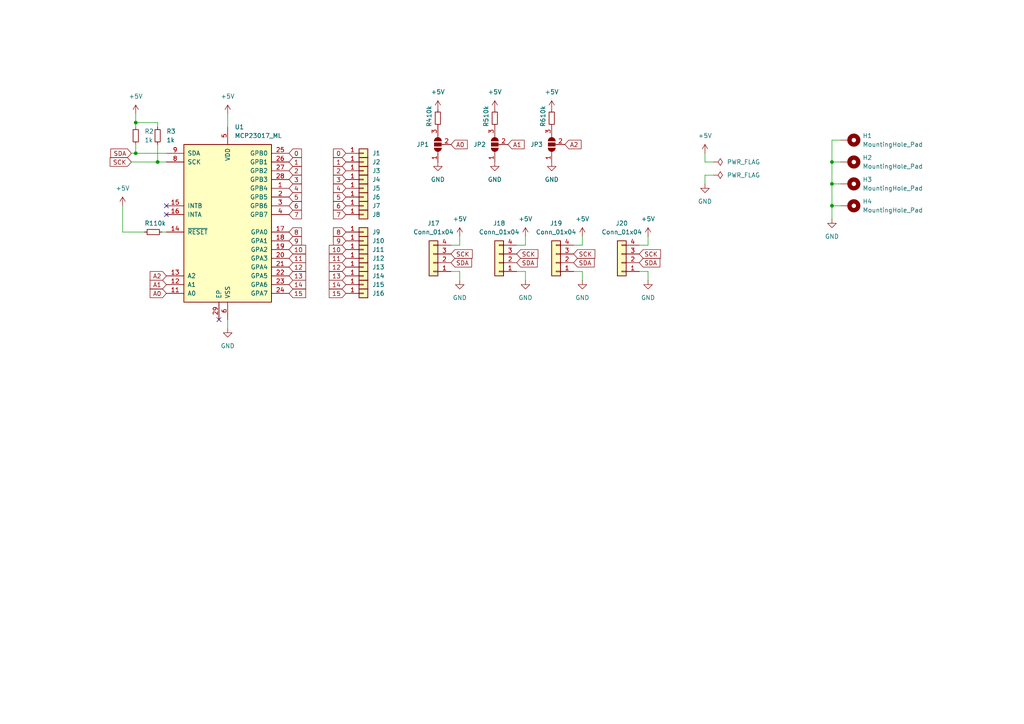
<source format=kicad_sch>
(kicad_sch (version 20211123) (generator eeschema)
  (paper "A4")
  (title_block (title "MCP23017 LED cube 8x8") (date "2022-01-12") (rev "1.0") (company "chamara gayan"))
  (lib_symbols
    (symbol "Connector_Generic:Conn_01x01" (pin_names (offset 1.016) hide)
      (property "Reference" "J" (at 0 2.54 0))
      (property "Value" "Conn_01x01" (at 0 -2.54 0))
      (symbol "Conn_01x01_1_1"
        (rectangle (start -1.27 0.127) (end 0 -0.127) (stroke (width 0.1524)))
        (rectangle (start -1.27 1.27) (end 1.27 -1.27) (stroke (width 0.254)) (fill (type background)))
        (pin passive line (at -5.08 0 0) (length 3.81) (name "Pin_1") (number "1"))
      )
    )
    (symbol "Connector_Generic:Conn_01x04" (pin_names (offset 1.016) hide)
      (property "Reference" "J" (at 0 5.08 0))
      (property "Value" "Conn_01x04" (at 0 -7.62 0))
      (symbol "Conn_01x04_1_1"
        (rectangle (start -1.27 -4.953) (end 0 -5.207) (stroke (width 0.1524)))
        (rectangle (start -1.27 -2.413) (end 0 -2.667) (stroke (width 0.1524)))
        (rectangle (start -1.27 0.127) (end 0 -0.127) (stroke (width 0.1524)))
        (rectangle (start -1.27 2.667) (end 0 2.413) (stroke (width 0.1524)))
        (rectangle (start -1.27 3.81) (end 1.27 -6.35) (stroke (width 0.254)) (fill (type background)))
        (pin passive line (at -5.08 2.54 0) (length 3.81) (name "Pin_1") (number "1"))
        (pin passive line (at -5.08 0 0) (length 3.81) (name "Pin_2") (number "2"))
        (pin passive line (at -5.08 -2.54 0) (length 3.81) (name "Pin_3") (number "3"))
        (pin passive line (at -5.08 -5.08 0) (length 3.81) (name "Pin_4") (number "4"))
      )
    )
    (symbol "Device:R_Small" (pin_numbers hide) (pin_names (offset 0.254) hide)
      (property "Reference" "R" (at 0.762 0.508 0))
      (property "Value" "R_Small" (at 0.762 -1.016 0))
      (symbol "R_Small_0_1"
        (rectangle (start -0.762 1.778) (end 0.762 -1.778) (stroke (width 0.2032)))
      )
      (symbol "R_Small_1_1"
        (pin passive line (at 0 2.54 270) (length 0.762) (name "~") (number "1"))
        (pin passive line (at 0 -2.54 90) (length 0.762) (name "~") (number "2"))
      )
    )
    (symbol "Interface_Expansion:MCP23017_ML" (pin_names (offset 1.016))
      (property "Reference" "U" (at -11.43 24.13 0))
      (property "Value" "MCP23017_ML" (at 0 0 0))
      (symbol "MCP23017_ML_0_1"
        (rectangle (start -12.7 22.86) (end 12.7 -22.86) (stroke (width 0.254)) (fill (type background)))
      )
      (symbol "MCP23017_ML_1_1"
        (pin bidirectional line (at 17.78 10.16 180) (length 5.08) (name "GPB4") (number "1"))
        (pin no_connect line (at -12.7 12.7 0) (length 5.08) hide (name "NC") (number "10"))
        (pin input line (at -17.78 -20.32 0) (length 5.08) (name "A0") (number "11"))
        (pin input line (at -17.78 -17.78 0) (length 5.08) (name "A1") (number "12"))
        (pin input line (at -17.78 -15.24 0) (length 5.08) (name "A2") (number "13"))
        (pin input line (at -17.78 -2.54 0) (length 5.08) (name "~{RESET}") (number "14"))
        (pin tri_state line (at -17.78 5.08 0) (length 5.08) (name "INTB") (number "15"))
        (pin tri_state line (at -17.78 2.54 0) (length 5.08) (name "INTA") (number "16"))
        (pin bidirectional line (at 17.78 -2.54 180) (length 5.08) (name "GPA0") (number "17"))
        (pin bidirectional line (at 17.78 -5.08 180) (length 5.08) (name "GPA1") (number "18"))
        (pin bidirectional line (at 17.78 -7.62 180) (length 5.08) (name "GPA2") (number "19"))
        (pin bidirectional line (at 17.78 7.62 180) (length 5.08) (name "GPB5") (number "2"))
        (pin bidirectional line (at 17.78 -10.16 180) (length 5.08) (name "GPA3") (number "20"))
        (pin bidirectional line (at 17.78 -12.7 180) (length 5.08) (name "GPA4") (number "21"))
        (pin bidirectional line (at 17.78 -15.24 180) (length 5.08) (name "GPA5") (number "22"))
        (pin bidirectional line (at 17.78 -17.78 180) (length 5.08) (name "GPA6") (number "23"))
        (pin bidirectional line (at 17.78 -20.32 180) (length 5.08) (name "GPA7") (number "24"))
        (pin bidirectional line (at 17.78 20.32 180) (length 5.08) (name "GPB0") (number "25"))
        (pin bidirectional line (at 17.78 17.78 180) (length 5.08) (name "GPB1") (number "26"))
        (pin bidirectional line (at 17.78 15.24 180) (length 5.08) (name "GPB2") (number "27"))
        (pin bidirectional line (at 17.78 12.7 180) (length 5.08) (name "GPB3") (number "28"))
        (pin passive line (at -2.54 -27.94 90) (length 5.08) (name "EP") (number "29"))
        (pin bidirectional line (at 17.78 5.08 180) (length 5.08) (name "GPB6") (number "3"))
        (pin bidirectional line (at 17.78 2.54 180) (length 5.08) (name "GPB7") (number "4"))
        (pin power_in line (at 0 27.94 270) (length 5.08) (name "VDD") (number "5"))
        (pin power_in line (at 0 -27.94 90) (length 5.08) (name "VSS") (number "6"))
        (pin no_connect line (at -12.7 15.24 0) (length 5.08) hide (name "NC") (number "7"))
        (pin input line (at -17.78 17.78 0) (length 5.08) (name "SCK") (number "8"))
        (pin bidirectional line (at -17.78 20.32 0) (length 5.08) (name "SDA") (number "9"))
      )
    )
    (symbol "Jumper:SolderJumper_3_Open" (pin_names (offset 0) hide)
      (property "Reference" "JP" (at -2.54 -2.54 0))
      (property "Value" "SolderJumper_3_Open" (at 0 2.794 0))
      (symbol "SolderJumper_3_Open_0_1"
        (arc (start -1.016 1.016) (mid -2.032 0) (end -1.016 -1.016))
        (arc (start -1.016 1.016) (mid -2.032 0) (end -1.016 -1.016) (fill (type outline)))
        (rectangle (start -0.508 1.016) (end 0.508 -1.016) (fill (type outline)))
        (polyline (pts (xy -2.54 0) (xy -2.032 0)))
        (polyline (pts (xy -1.016 1.016) (xy -1.016 -1.016)))
        (polyline (pts (xy 0 -1.27) (xy 0 -1.016)))
        (polyline (pts (xy 1.016 1.016) (xy 1.016 -1.016)))
        (polyline (pts (xy 2.54 0) (xy 2.032 0)))
        (arc (start 1.016 -1.016) (mid 2.032 0) (end 1.016 1.016))
        (arc (start 1.016 -1.016) (mid 2.032 0) (end 1.016 1.016) (fill (type outline)))
      )
      (symbol "SolderJumper_3_Open_1_1"
        (pin passive line (at -5.08 0 0) (length 2.54) (name "A") (number "1"))
        (pin input line (at 0 -3.81 90) (length 2.54) (name "C") (number "2"))
        (pin passive line (at 5.08 0 180) (length 2.54) (name "B") (number "3"))
      )
    )
    (symbol "Mechanical:MountingHole_Pad" (pin_numbers hide) (pin_names (offset 1.016) hide)
      (property "Reference" "H" (at 0 6.35 0))
      (property "Value" "MountingHole_Pad" (at 0 4.445 0))
      (symbol "MountingHole_Pad_0_1"
        (circle (center 0 1.27) (radius 1.27) (stroke (width 1.27)))
      )
      (symbol "MountingHole_Pad_1_1"
        (pin input line (at 0 -2.54 90) (length 2.54) (name "1") (number "1"))
      )
    )
    (symbol "power:+5V" (power) (pin_names (offset 0))
      (property "Value" "+5V" (at 0 3.556 0))
      (symbol "+5V_0_1"
        (polyline (pts (xy -0.762 1.27) (xy 0 2.54)))
        (polyline (pts (xy 0 0) (xy 0 2.54)))
        (polyline (pts (xy 0 2.54) (xy 0.762 1.27)))
      )
      (symbol "+5V_1_1"
        (pin power_in line (at 0 0 90) (length 0) hide (name "+5V") (number "1"))
      )
    )
    (symbol "power:GND" (power) (pin_names (offset 0))
      (property "Value" "GND" (at 0 -3.81 0))
      (symbol "GND_0_1"
        (polyline (pts (xy 0 0) (xy 0 -1.27) (xy 1.27 -1.27) (xy 0 -2.54) (xy -1.27 -1.27) (xy 0 -1.27)))
      )
      (symbol "GND_1_1"
        (pin power_in line (at 0 0 270) (length 0) hide (name "GND") (number "1"))
      )
    )
    (symbol "power:PWR_FLAG" (power) (pin_numbers hide) (pin_names (offset 0) hide)
      (property "Value" "PWR_FLAG" (at 0 3.81 0))
      (symbol "PWR_FLAG_0_0"
        (pin power_out line (at 0 0 90) (length 0) (name "pwr") (number "1"))
      )
      (symbol "PWR_FLAG_0_1"
        (polyline (pts (xy 0 0) (xy 0 1.27) (xy -1.016 1.905) (xy 0 2.54) (xy 1.016 1.905) (xy 0 1.27)))
      )
    )
  )
  (junction (at 39.37 44.45))
  (junction (at 39.37 35.56))
  (junction (at 241.3 46.99))
  (junction (at 241.3 53.34))
  (junction (at 45.72 46.99))
  (junction (at 241.3 59.69))
  (no_connect (at 48.26 62.23))
  (no_connect (at 63.5 92.71))
  (no_connect (at 48.26 59.69))
  (wire (pts (xy 35.56 59.69) (xy 35.56 67.31)))
  (wire (pts (xy 187.96 71.12) (xy 187.96 68.58)))
  (wire (pts (xy 152.4 81.28) (xy 152.4 78.74)))
  (wire (pts (xy 45.72 41.91) (xy 45.72 46.99)))
  (wire (pts (xy 130.81 71.12) (xy 133.35 71.12)))
  (wire (pts (xy 39.37 35.56) (xy 39.37 36.83)))
  (wire (pts (xy 38.1 44.45) (xy 39.37 44.45)))
  (wire (pts (xy 66.04 33.02) (xy 66.04 36.83)))
  (wire (pts (xy 39.37 33.02) (xy 39.37 35.56)))
  (wire (pts (xy 45.72 36.83) (xy 45.72 35.56)))
  (wire (pts (xy 241.3 40.64) (xy 243.84 40.64)))
  (wire (pts (xy 207.01 46.99) (xy 204.47 46.99)))
  (wire (pts (xy 39.37 44.45) (xy 48.26 44.45)))
  (wire (pts (xy 38.1 46.99) (xy 45.72 46.99)))
  (wire (pts (xy 133.35 81.28) (xy 133.35 78.74)))
  (wire (pts (xy 204.47 46.99) (xy 204.47 44.45)))
  (wire (pts (xy 241.3 46.99) (xy 243.84 46.99)))
  (wire (pts (xy 241.3 59.69) (xy 241.3 53.34)))
  (wire (pts (xy 39.37 41.91) (xy 39.37 44.45)))
  (wire (pts (xy 204.47 53.34) (xy 204.47 50.8)))
  (wire (pts (xy 241.3 53.34) (xy 241.3 46.99)))
  (wire (pts (xy 168.91 71.12) (xy 168.91 68.58)))
  (wire (pts (xy 133.35 71.12) (xy 133.35 68.58)))
  (wire (pts (xy 152.4 78.74) (xy 149.86 78.74)))
  (wire (pts (xy 152.4 71.12) (xy 152.4 68.58)))
  (wire (pts (xy 241.3 59.69) (xy 243.84 59.69)))
  (wire (pts (xy 149.86 71.12) (xy 152.4 71.12)))
  (wire (pts (xy 168.91 78.74) (xy 166.37 78.74)))
  (wire (pts (xy 204.47 50.8) (xy 207.01 50.8)))
  (wire (pts (xy 133.35 78.74) (xy 130.81 78.74)))
  (wire (pts (xy 241.3 63.5) (xy 241.3 59.69)))
  (wire (pts (xy 41.91 67.31) (xy 35.56 67.31)))
  (wire (pts (xy 241.3 53.34) (xy 243.84 53.34)))
  (wire (pts (xy 187.96 81.28) (xy 187.96 78.74)))
  (wire (pts (xy 166.37 71.12) (xy 168.91 71.12)))
  (wire (pts (xy 168.91 81.28) (xy 168.91 78.74)))
  (wire (pts (xy 187.96 78.74) (xy 185.42 78.74)))
  (wire (pts (xy 46.99 67.31) (xy 48.26 67.31)))
  (wire (pts (xy 241.3 46.99) (xy 241.3 40.64)))
  (wire (pts (xy 66.04 92.71) (xy 66.04 95.25)))
  (wire (pts (xy 45.72 35.56) (xy 39.37 35.56)))
  (wire (pts (xy 45.72 46.99) (xy 48.26 46.99)))
  (wire (pts (xy 185.42 71.12) (xy 187.96 71.12)))
  (global_label "A1" (shape input) (at 147.32 41.91 0) (property "Intersheet References" "${INTERSHEET_REFS}" (effects hide)))
  (global_label "2" (shape input) (at 83.82 49.53 0) (property "Intersheet References" "${INTERSHEET_REFS}" (effects hide)))
  (global_label "SDA" (shape input) (at 166.37 76.2 0) (property "Intersheet References" "${INTERSHEET_REFS}" (effects hide)))
  (global_label "4" (shape input) (at 100.33 54.61 180) (property "Intersheet References" "${INTERSHEET_REFS}" (effects hide)))
  (global_label "14" (shape input) (at 100.33 82.55 180) (property "Intersheet References" "${INTERSHEET_REFS}" (effects hide)))
  (global_label "6" (shape input) (at 83.82 59.69 0) (property "Intersheet References" "${INTERSHEET_REFS}" (effects hide)))
  (global_label "10" (shape input) (at 83.82 72.39 0) (property "Intersheet References" "${INTERSHEET_REFS}" (effects hide)))
  (global_label "11" (shape input) (at 83.82 74.93 0) (property "Intersheet References" "${INTERSHEET_REFS}" (effects hide)))
  (global_label "0" (shape input) (at 83.82 44.45 0) (property "Intersheet References" "${INTERSHEET_REFS}" (effects hide)))
  (global_label "A2" (shape input) (at 163.83 41.91 0) (property "Intersheet References" "${INTERSHEET_REFS}" (effects hide)))
  (global_label "13" (shape input) (at 100.33 80.01 180) (property "Intersheet References" "${INTERSHEET_REFS}" (effects hide)))
  (global_label "SDA" (shape input) (at 149.86 76.2 0) (property "Intersheet References" "${INTERSHEET_REFS}" (effects hide)))
  (global_label "SDA" (shape input) (at 38.1 44.45 180) (property "Intersheet References" "${INTERSHEET_REFS}" (effects hide)))
  (global_label "SCK" (shape input) (at 38.1 46.99 180) (property "Intersheet References" "${INTERSHEET_REFS}" (effects hide)))
  (global_label "SCK" (shape input) (at 130.81 73.66 0) (property "Intersheet References" "${INTERSHEET_REFS}" (effects hide)))
  (global_label "SDA" (shape input) (at 130.81 76.2 0) (property "Intersheet References" "${INTERSHEET_REFS}" (effects hide)))
  (global_label "SDA" (shape input) (at 185.42 76.2 0) (property "Intersheet References" "${INTERSHEET_REFS}" (effects hide)))
  (global_label "8" (shape input) (at 83.82 67.31 0) (property "Intersheet References" "${INTERSHEET_REFS}" (effects hide)))
  (global_label "5" (shape input) (at 100.33 57.15 180) (property "Intersheet References" "${INTERSHEET_REFS}" (effects hide)))
  (global_label "13" (shape input) (at 83.82 80.01 0) (property "Intersheet References" "${INTERSHEET_REFS}" (effects hide)))
  (global_label "7" (shape input) (at 100.33 62.23 180) (property "Intersheet References" "${INTERSHEET_REFS}" (effects hide)))
  (global_label "1" (shape input) (at 83.82 46.99 0) (property "Intersheet References" "${INTERSHEET_REFS}" (effects hide)))
  (global_label "3" (shape input) (at 83.82 52.07 0) (property "Intersheet References" "${INTERSHEET_REFS}" (effects hide)))
  (global_label "0" (shape input) (at 100.33 44.45 180) (property "Intersheet References" "${INTERSHEET_REFS}" (effects hide)))
  (global_label "7" (shape input) (at 83.82 62.23 0) (property "Intersheet References" "${INTERSHEET_REFS}" (effects hide)))
  (global_label "9" (shape input) (at 83.82 69.85 0) (property "Intersheet References" "${INTERSHEET_REFS}" (effects hide)))
  (global_label "5" (shape input) (at 83.82 57.15 0) (property "Intersheet References" "${INTERSHEET_REFS}" (effects hide)))
  (global_label "11" (shape input) (at 100.33 74.93 180) (property "Intersheet References" "${INTERSHEET_REFS}" (effects hide)))
  (global_label "12" (shape input) (at 83.82 77.47 0) (property "Intersheet References" "${INTERSHEET_REFS}" (effects hide)))
  (global_label "12" (shape input) (at 100.33 77.47 180) (property "Intersheet References" "${INTERSHEET_REFS}" (effects hide)))
  (global_label "A0" (shape input) (at 130.81 41.91 0) (property "Intersheet References" "${INTERSHEET_REFS}" (effects hide)))
  (global_label "SCK" (shape input) (at 185.42 73.66 0) (property "Intersheet References" "${INTERSHEET_REFS}" (effects hide)))
  (global_label "A1" (shape input) (at 48.26 82.55 180) (property "Intersheet References" "${INTERSHEET_REFS}" (effects hide)))
  (global_label "8" (shape input) (at 100.33 67.31 180) (property "Intersheet References" "${INTERSHEET_REFS}" (effects hide)))
  (global_label "14" (shape input) (at 83.82 82.55 0) (property "Intersheet References" "${INTERSHEET_REFS}" (effects hide)))
  (global_label "4" (shape input) (at 83.82 54.61 0) (property "Intersheet References" "${INTERSHEET_REFS}" (effects hide)))
  (global_label "2" (shape input) (at 100.33 49.53 180) (property "Intersheet References" "${INTERSHEET_REFS}" (effects hide)))
  (global_label "1" (shape input) (at 100.33 46.99 180) (property "Intersheet References" "${INTERSHEET_REFS}" (effects hide)))
  (global_label "6" (shape input) (at 100.33 59.69 180) (property "Intersheet References" "${INTERSHEET_REFS}" (effects hide)))
  (global_label "A2" (shape input) (at 48.26 80.01 180) (property "Intersheet References" "${INTERSHEET_REFS}" (effects hide)))
  (global_label "10" (shape input) (at 100.33 72.39 180) (property "Intersheet References" "${INTERSHEET_REFS}" (effects hide)))
  (global_label "15" (shape input) (at 100.33 85.09 180) (property "Intersheet References" "${INTERSHEET_REFS}" (effects hide)))
  (global_label "A0" (shape input) (at 48.26 85.09 180) (property "Intersheet References" "${INTERSHEET_REFS}" (effects hide)))
  (global_label "9" (shape input) (at 100.33 69.85 180) (property "Intersheet References" "${INTERSHEET_REFS}" (effects hide)))
  (global_label "SCK" (shape input) (at 166.37 73.66 0) (property "Intersheet References" "${INTERSHEET_REFS}" (effects hide)))
  (global_label "SCK" (shape input) (at 149.86 73.66 0) (property "Intersheet References" "${INTERSHEET_REFS}" (effects hide)))
  (global_label "15" (shape input) (at 83.82 85.09 0) (property "Intersheet References" "${INTERSHEET_REFS}" (effects hide)))
  (global_label "3" (shape input) (at 100.33 52.07 180) (property "Intersheet References" "${INTERSHEET_REFS}" (effects hide)))
  (symbol (lib_id "Connector_Generic:Conn_01x01") (at 105.41 44.45 0) (unit 1)
    (property "Reference" "J1" (at 107.95 44.4499 0) (effects (justify left)))
    (property "Value" "Conn_01x01" (effects hide))
    (property "Footprint" "Connector_PinHeader_2.54mm:PinHeader_1x01_P2.54mm_Vertical" (effects hide))
  )
  (symbol (lib_id "power:+5V") (at 152.4 68.58 0) (unit 1)
    (property "Reference" "#PWR013" (effects hide))
    (property "Value" "+5V" (at 152.4 63.5 0))
  )
  (symbol (lib_id "Connector_Generic:Conn_01x01") (at 105.41 52.07 0) (unit 1)
    (property "Reference" "J4" (at 107.95 52.0699 0) (effects (justify left)))
    (property "Value" "Conn_01x01" (effects hide))
    (property "Footprint" "Connector_PinHeader_2.54mm:PinHeader_1x01_P2.54mm_Vertical" (effects hide))
  )
  (symbol (lib_id "power:+5V") (at 187.96 68.58 0) (unit 1)
    (property "Reference" "#PWR017" (effects hide))
    (property "Value" "+5V" (at 187.96 63.5 0))
  )
  (symbol (lib_id "Mechanical:MountingHole_Pad") (at 246.38 46.99 270) (unit 1)
    (property "Reference" "H2" (at 250.19 45.7199 90) (effects (justify left)))
    (property "Value" "MountingHole_Pad" (at 250.19 48.2599 90) (effects (justify left)))
    (property "Footprint" "MountingHole:MountingHole_3.5mm_Pad_Via" (effects hide))
  )
  (symbol (lib_id "Jumper:SolderJumper_3_Open") (at 160.02 41.91 90) (unit 1)
    (property "Reference" "JP3" (at 157.48 41.9099 90) (effects (justify left)))
    (property "Value" "SolderJumper_3_Open" (effects hide))
    (property "Footprint" "Jumper:SolderJumper-3_P1.3mm_Open_RoundedPad1.0x1.5mm" (effects hide))
  )
  (symbol (lib_id "power:GND") (at 143.51 46.99 0) (unit 1)
    (property "Reference" "#PWR08" (effects hide))
    (property "Value" "GND" (at 143.51 52.07 0))
  )
  (symbol (lib_id "Connector_Generic:Conn_01x01") (at 105.41 57.15 0) (unit 1)
    (property "Reference" "J6" (at 107.95 57.1499 0) (effects (justify left)))
    (property "Value" "Conn_01x01" (effects hide))
    (property "Footprint" "Connector_PinHeader_2.54mm:PinHeader_1x01_P2.54mm_Vertical" (effects hide))
  )
  (symbol (lib_id "power:+5V") (at 127 31.75 0) (unit 1)
    (property "Reference" "#PWR06" (effects hide))
    (property "Value" "+5V" (at 127 26.67 0))
  )
  (symbol (lib_id "Connector_Generic:Conn_01x04") (at 144.78 76.2 180) (unit 1)
    (property "Reference" "J18" (at 144.78 64.77 0))
    (property "Value" "Conn_01x04" (at 144.78 67.31 0))
    (property "Footprint" "Connector_PinHeader_2.54mm:PinHeader_1x04_P2.54mm_Horizontal" (effects hide))
  )
  (symbol (lib_id "Connector_Generic:Conn_01x01") (at 105.41 46.99 0) (unit 1)
    (property "Reference" "J2" (at 107.95 46.9899 0) (effects (justify left)))
    (property "Value" "Conn_01x01" (effects hide))
    (property "Footprint" "Connector_PinHeader_2.54mm:PinHeader_1x01_P2.54mm_Vertical" (effects hide))
  )
  (symbol (lib_id "power:GND") (at 241.3 63.5 0) (unit 1)
    (property "Reference" "#PWR0103" (effects hide))
    (property "Value" "GND" (at 241.3 68.58 0))
  )
  (symbol (lib_id "Connector_Generic:Conn_01x01") (at 105.41 74.93 0) (unit 1)
    (property "Reference" "J12" (at 107.95 74.9299 0) (effects (justify left)))
    (property "Value" "Conn_01x01" (effects hide))
    (property "Footprint" "Connector_PinHeader_2.54mm:PinHeader_1x01_P2.54mm_Vertical" (effects hide))
  )
  (symbol (lib_id "power:+5V") (at 66.04 33.02 0) (unit 1)
    (property "Reference" "#PWR05" (effects hide))
    (property "Value" "+5V" (at 66.04 27.94 0))
  )
  (symbol (lib_id "power:GND") (at 127 46.99 0) (unit 1)
    (property "Reference" "#PWR02" (effects hide))
    (property "Value" "GND" (at 127 52.07 0))
  )
  (symbol (lib_id "Device:R_Small") (at 143.51 34.29 0) (unit 1)
    (property "Reference" "R5" (at 140.97 36.83 90) (effects (justify left)))
    (property "Value" "10k" (at 140.97 34.29 90) (effects (justify left)))
    (property "Footprint" "Resistor_SMD:R_0603_1608Metric" (effects hide))
  )
  (symbol (lib_id "Device:R_Small") (at 127 34.29 0) (unit 1)
    (property "Reference" "R4" (at 124.46 36.83 90) (effects (justify left)))
    (property "Value" "10k" (at 124.46 34.29 90) (effects (justify left)))
    (property "Footprint" "Resistor_SMD:R_0603_1608Metric" (effects hide))
  )
  (symbol (lib_id "power:GND") (at 187.96 81.28 0) (unit 1)
    (property "Reference" "#PWR018" (effects hide))
    (property "Value" "GND" (at 187.96 86.36 0))
  )
  (symbol (lib_id "Jumper:SolderJumper_3_Open") (at 127 41.91 90) (unit 1)
    (property "Reference" "JP1" (at 124.46 41.9099 90) (effects (justify left)))
    (property "Value" "SolderJumper_3_Open" (effects hide))
    (property "Footprint" "Jumper:SolderJumper-3_P1.3mm_Open_RoundedPad1.0x1.5mm" (effects hide))
  )
  (symbol (lib_id "power:GND") (at 168.91 81.28 0) (unit 1)
    (property "Reference" "#PWR016" (effects hide))
    (property "Value" "GND" (at 168.91 86.36 0))
  )
  (symbol (lib_id "power:+5V") (at 204.47 44.45 0) (unit 1)
    (property "Reference" "#PWR0101" (effects hide))
    (property "Value" "+5V" (at 204.47 39.37 0))
  )
  (symbol (lib_id "Connector_Generic:Conn_01x01") (at 105.41 62.23 0) (unit 1)
    (property "Reference" "J8" (at 107.95 62.2299 0) (effects (justify left)))
    (property "Value" "Conn_01x01" (effects hide))
    (property "Footprint" "Connector_PinHeader_2.54mm:PinHeader_1x01_P2.54mm_Vertical" (effects hide))
  )
  (symbol (lib_id "Device:R_Small") (at 160.02 34.29 0) (unit 1)
    (property "Reference" "R6" (at 157.48 36.83 90) (effects (justify left)))
    (property "Value" "10k" (at 157.48 34.29 90) (effects (justify left)))
    (property "Footprint" "Resistor_SMD:R_0603_1608Metric" (effects hide))
  )
  (symbol (lib_id "power:PWR_FLAG") (at 207.01 46.99 270) (unit 1)
    (property "Reference" "#FLG0102" (effects hide))
    (property "Value" "PWR_FLAG" (at 210.82 46.9899 90) (effects (justify left)))
  )
  (symbol (lib_id "power:GND") (at 204.47 53.34 0) (unit 1)
    (property "Reference" "#PWR0102" (effects hide))
    (property "Value" "GND" (at 204.47 58.42 0))
  )
  (symbol (lib_id "Connector_Generic:Conn_01x01") (at 105.41 72.39 0) (unit 1)
    (property "Reference" "J11" (at 107.95 72.3899 0) (effects (justify left)))
    (property "Value" "Conn_01x01" (effects hide))
    (property "Footprint" "Connector_PinHeader_2.54mm:PinHeader_1x01_P2.54mm_Vertical" (effects hide))
  )
  (symbol (lib_id "power:GND") (at 160.02 46.99 0) (unit 1)
    (property "Reference" "#PWR012" (effects hide))
    (property "Value" "GND" (at 160.02 52.07 0))
  )
  (symbol (lib_id "Device:R_Small") (at 45.72 39.37 0) (unit 1)
    (property "Reference" "R3" (at 48.26 38.0999 0) (effects (justify left)))
    (property "Value" "1k" (at 48.26 40.6399 0) (effects (justify left)))
    (property "Footprint" "Resistor_SMD:R_0603_1608Metric" (effects hide))
  )
  (symbol (lib_id "Interface_Expansion:MCP23017_ML") (at 66.04 64.77 0) (unit 1)
    (property "Reference" "U1" (at 68.0594 36.83 0) (effects (justify left)))
    (property "Value" "MCP23017_ML" (at 68.0594 39.37 0) (effects (justify left)))
    (property "Footprint" "Package_DFN_QFN:QFN-28-1EP_6x6mm_P0.65mm_EP4.25x4.25mm" (effects hide))
    (property "Datasheet" "http://ww1.microchip.com/downloads/en/DeviceDoc/20001952C.pdf" (effects hide))
  )
  (symbol (lib_id "Mechanical:MountingHole_Pad") (at 246.38 59.69 270) (unit 1)
    (property "Reference" "H4" (at 250.19 58.4199 90) (effects (justify left)))
    (property "Value" "MountingHole_Pad" (at 250.19 60.9599 90) (effects (justify left)))
    (property "Footprint" "MountingHole:MountingHole_3.5mm_Pad_Via" (effects hide))
  )
  (symbol (lib_id "Mechanical:MountingHole_Pad") (at 246.38 53.34 270) (unit 1)
    (property "Reference" "H3" (at 250.19 52.0699 90) (effects (justify left)))
    (property "Value" "MountingHole_Pad" (at 250.19 54.6099 90) (effects (justify left)))
    (property "Footprint" "MountingHole:MountingHole_3.5mm_Pad_Via" (effects hide))
  )
  (symbol (lib_id "Connector_Generic:Conn_01x01") (at 105.41 59.69 0) (unit 1)
    (property "Reference" "J7" (at 107.95 59.6899 0) (effects (justify left)))
    (property "Value" "Conn_01x01" (effects hide))
    (property "Footprint" "Connector_PinHeader_2.54mm:PinHeader_1x01_P2.54mm_Vertical" (effects hide))
  )
  (symbol (lib_id "power:+5V") (at 39.37 33.02 0) (unit 1)
    (property "Reference" "#PWR03" (effects hide))
    (property "Value" "+5V" (at 39.37 27.94 0))
  )
  (symbol (lib_id "Connector_Generic:Conn_01x01") (at 105.41 80.01 0) (unit 1)
    (property "Reference" "J14" (at 107.95 80.0099 0) (effects (justify left)))
    (property "Value" "Conn_01x01" (effects hide))
    (property "Footprint" "Connector_PinHeader_2.54mm:PinHeader_1x01_P2.54mm_Vertical" (effects hide))
  )
  (symbol (lib_id "Device:R_Small") (at 44.45 67.31 270) (unit 1)
    (property "Reference" "R1" (at 41.91 64.77 90) (effects (justify left)))
    (property "Value" "10k" (at 44.45 64.77 90) (effects (justify left)))
    (property "Footprint" "Resistor_SMD:R_0603_1608Metric" (effects hide))
  )
  (symbol (lib_id "Jumper:SolderJumper_3_Open") (at 143.51 41.91 90) (unit 1)
    (property "Reference" "JP2" (at 140.97 41.9099 90) (effects (justify left)))
    (property "Value" "SolderJumper_3_Open" (effects hide))
    (property "Footprint" "Jumper:SolderJumper-3_P1.3mm_Open_RoundedPad1.0x1.5mm" (effects hide))
  )
  (symbol (lib_id "Connector_Generic:Conn_01x01") (at 105.41 69.85 0) (unit 1)
    (property "Reference" "J10" (at 107.95 69.8499 0) (effects (justify left)))
    (property "Value" "Conn_01x01" (effects hide))
    (property "Footprint" "Connector_PinHeader_2.54mm:PinHeader_1x01_P2.54mm_Vertical" (effects hide))
  )
  (symbol (lib_id "Connector_Generic:Conn_01x01") (at 105.41 82.55 0) (unit 1)
    (property "Reference" "J15" (at 107.95 82.5499 0) (effects (justify left)))
    (property "Value" "Conn_01x01" (effects hide))
    (property "Footprint" "Connector_PinHeader_2.54mm:PinHeader_1x01_P2.54mm_Vertical" (effects hide))
  )
  (symbol (lib_id "Connector_Generic:Conn_01x01") (at 105.41 85.09 0) (unit 1)
    (property "Reference" "J16" (at 107.95 85.0899 0) (effects (justify left)))
    (property "Value" "Conn_01x01" (effects hide))
    (property "Footprint" "Connector_PinHeader_2.54mm:PinHeader_1x01_P2.54mm_Vertical" (effects hide))
  )
  (symbol (lib_id "Mechanical:MountingHole_Pad") (at 246.38 40.64 270) (unit 1)
    (property "Reference" "H1" (at 250.19 39.3699 90) (effects (justify left)))
    (property "Value" "MountingHole_Pad" (at 250.19 41.9099 90) (effects (justify left)))
    (property "Footprint" "MountingHole:MountingHole_3.5mm_Pad_Via" (effects hide))
  )
  (symbol (lib_id "Connector_Generic:Conn_01x01") (at 105.41 67.31 0) (unit 1)
    (property "Reference" "J9" (at 107.95 67.3099 0) (effects (justify left)))
    (property "Value" "Conn_01x01" (effects hide))
    (property "Footprint" "Connector_PinHeader_2.54mm:PinHeader_1x01_P2.54mm_Vertical" (effects hide))
  )
  (symbol (lib_id "power:GND") (at 66.04 95.25 0) (unit 1)
    (property "Reference" "#PWR04" (effects hide))
    (property "Value" "GND" (at 66.04 100.33 0))
  )
  (symbol (lib_id "power:+5V") (at 143.51 31.75 0) (unit 1)
    (property "Reference" "#PWR07" (effects hide))
    (property "Value" "+5V" (at 143.51 26.67 0))
  )
  (symbol (lib_id "Connector_Generic:Conn_01x01") (at 105.41 54.61 0) (unit 1)
    (property "Reference" "J5" (at 107.95 54.6099 0) (effects (justify left)))
    (property "Value" "Conn_01x01" (effects hide))
    (property "Footprint" "Connector_PinHeader_2.54mm:PinHeader_1x01_P2.54mm_Vertical" (effects hide))
  )
  (symbol (lib_id "power:GND") (at 133.35 81.28 0) (unit 1)
    (property "Reference" "#PWR010" (effects hide))
    (property "Value" "GND" (at 133.35 86.36 0))
  )
  (symbol (lib_id "Connector_Generic:Conn_01x01") (at 105.41 49.53 0) (unit 1)
    (property "Reference" "J3" (at 107.95 49.5299 0) (effects (justify left)))
    (property "Value" "Conn_01x01" (effects hide))
    (property "Footprint" "Connector_PinHeader_2.54mm:PinHeader_1x01_P2.54mm_Vertical" (effects hide))
  )
  (symbol (lib_id "power:+5V") (at 133.35 68.58 0) (unit 1)
    (property "Reference" "#PWR09" (effects hide))
    (property "Value" "+5V" (at 133.35 63.5 0))
  )
  (symbol (lib_id "Connector_Generic:Conn_01x04") (at 125.73 76.2 180) (unit 1)
    (property "Reference" "J17" (at 125.73 64.77 0))
    (property "Value" "Conn_01x04" (at 125.73 67.31 0))
    (property "Footprint" "Connector_PinHeader_2.54mm:PinHeader_1x04_P2.54mm_Horizontal" (effects hide))
  )
  (symbol (lib_id "power:PWR_FLAG") (at 207.01 50.8 270) (unit 1)
    (property "Reference" "#FLG0101" (effects hide))
    (property "Value" "PWR_FLAG" (at 210.82 50.7999 90) (effects (justify left)))
  )
  (symbol (lib_id "Connector_Generic:Conn_01x04") (at 180.34 76.2 180) (unit 1)
    (property "Reference" "J20" (at 180.34 64.77 0))
    (property "Value" "Conn_01x04" (at 180.34 67.31 0))
    (property "Footprint" "Connector_PinSocket_2.54mm:PinSocket_1x04_P2.54mm_Horizontal" (effects hide))
  )
  (symbol (lib_id "Connector_Generic:Conn_01x04") (at 161.29 76.2 180) (unit 1)
    (property "Reference" "J19" (at 161.29 64.77 0))
    (property "Value" "Conn_01x04" (at 161.29 67.31 0))
    (property "Footprint" "Connector_PinSocket_2.54mm:PinSocket_1x04_P2.54mm_Horizontal" (effects hide))
  )
  (symbol (lib_id "power:+5V") (at 35.56 59.69 0) (unit 1)
    (property "Reference" "#PWR01" (effects hide))
    (property "Value" "+5V" (at 35.56 54.61 0))
  )
  (symbol (lib_id "Connector_Generic:Conn_01x01") (at 105.41 77.47 0) (unit 1)
    (property "Reference" "J13" (at 107.95 77.4699 0) (effects (justify left)))
    (property "Value" "Conn_01x01" (effects hide))
    (property "Footprint" "Connector_PinHeader_2.54mm:PinHeader_1x01_P2.54mm_Vertical" (effects hide))
  )
  (symbol (lib_id "Device:R_Small") (at 39.37 39.37 0) (unit 1)
    (property "Reference" "R2" (at 41.91 38.0999 0) (effects (justify left)))
    (property "Value" "1k" (at 41.91 40.6399 0) (effects (justify left)))
    (property "Footprint" "Resistor_SMD:R_0603_1608Metric" (effects hide))
  )
  (symbol (lib_id "power:GND") (at 152.4 81.28 0) (unit 1)
    (property "Reference" "#PWR014" (effects hide))
    (property "Value" "GND" (at 152.4 86.36 0))
  )
  (symbol (lib_id "power:+5V") (at 168.91 68.58 0) (unit 1)
    (property "Reference" "#PWR015" (effects hide))
    (property "Value" "+5V" (at 168.91 63.5 0))
  )
  (symbol (lib_id "power:+5V") (at 160.02 31.75 0) (unit 1)
    (property "Reference" "#PWR011" (effects hide))
    (property "Value" "+5V" (at 160.02 26.67 0))
  )
)
</source>
